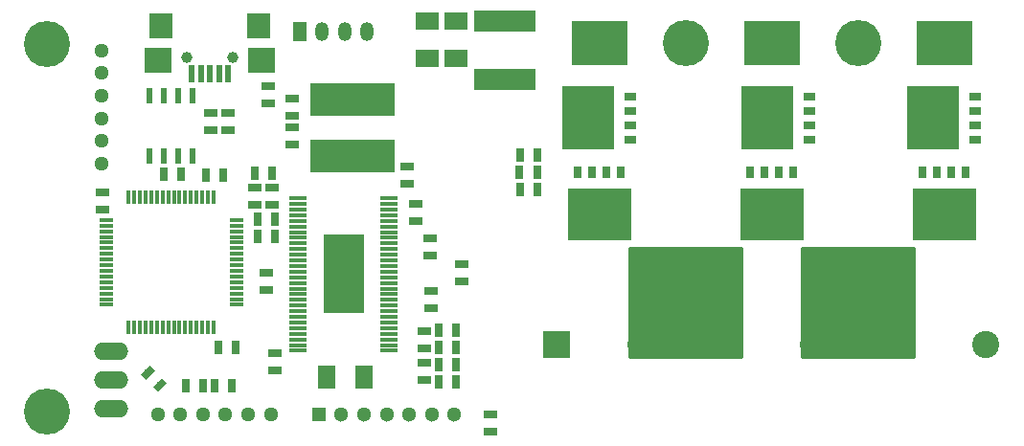
<source format=gts>
G04 #@! TF.GenerationSoftware,KiCad,Pcbnew,(5.0.0-3-g5ebb6b6)*
G04 #@! TF.CreationDate,2018-09-28T14:58:41+02:00*
G04 #@! TF.ProjectId,VESC-5,564553432D352E6B696361645F706362,A*
G04 #@! TF.SameCoordinates,Original*
G04 #@! TF.FileFunction,Soldermask,Top*
G04 #@! TF.FilePolarity,Negative*
%FSLAX46Y46*%
G04 Gerber Fmt 4.6, Leading zero omitted, Abs format (unit mm)*
G04 Created by KiCad (PCBNEW (5.0.0-3-g5ebb6b6)) date 2018 September 28, Friday 14:58:41*
%MOMM*%
%LPD*%
G01*
G04 APERTURE LIST*
%ADD10R,0.635000X1.143000*%
%ADD11C,4.064000*%
%ADD12R,2.400000X2.400000*%
%ADD13C,2.400000*%
%ADD14R,0.750000X1.000000*%
%ADD15R,5.550000X4.530000*%
%ADD16R,5.000000X4.000000*%
%ADD17R,4.530000X5.550000*%
%ADD18R,1.000000X0.750000*%
%ADD19C,1.300480*%
%ADD20R,1.198880X1.699260*%
%ADD21O,1.198880X1.699260*%
%ADD22O,3.048000X1.524000*%
%ADD23R,5.499100X1.849120*%
%ADD24R,7.498080X2.997200*%
%ADD25R,1.300480X0.300000*%
%ADD26R,0.300000X1.300480*%
%ADD27R,1.501140X0.299720*%
%ADD28R,3.599180X7.000240*%
%ADD29R,2.032000X1.524000*%
%ADD30R,1.524000X2.032000*%
%ADD31R,1.143000X0.635000*%
%ADD32R,0.599440X1.399540*%
%ADD33R,1.300000X1.300000*%
%ADD34C,1.300000*%
%ADD35C,0.635000*%
%ADD36C,0.100000*%
%ADD37R,0.500000X1.500000*%
%ADD38R,2.400000X2.200000*%
%ADD39R,2.000000X2.200000*%
%ADD40C,1.000000*%
%ADD41C,0.254000*%
G04 APERTURE END LIST*
D10*
G04 #@! TO.C,R34*
X191389000Y-100584000D03*
X192913000Y-100584000D03*
G04 #@! TD*
G04 #@! TO.C,R28*
X191389000Y-97536000D03*
X192913000Y-97536000D03*
G04 #@! TD*
D11*
G04 #@! TO.C,1PIN*
X205994000Y-87630000D03*
G04 #@! TD*
G04 #@! TO.C,1PIN*
X221234000Y-87630000D03*
G04 #@! TD*
D10*
G04 #@! TO.C,R42*
X191291116Y-99060000D03*
X192913000Y-99060000D03*
G04 #@! TD*
D12*
G04 #@! TO.C,C46*
X225044000Y-114300000D03*
D13*
X232544000Y-114300000D03*
G04 #@! TD*
G04 #@! TO.C,C45*
X217304000Y-114300000D03*
D12*
X209804000Y-114300000D03*
G04 #@! TD*
D14*
G04 #@! TO.C,Q1*
X226949000Y-99059000D03*
X228219000Y-99059000D03*
X229489000Y-99059000D03*
X230759000Y-99059000D03*
D15*
X228854000Y-102789000D03*
G04 #@! TD*
D16*
G04 #@! TO.C,P7*
X213614000Y-87630000D03*
G04 #@! TD*
G04 #@! TO.C,P9*
X228854000Y-87630000D03*
G04 #@! TD*
G04 #@! TO.C,P6*
X198374000Y-87630000D03*
G04 #@! TD*
D17*
G04 #@! TO.C,Q2*
X227871500Y-94282000D03*
D18*
X231601500Y-96187000D03*
X231601500Y-94917000D03*
X231601500Y-93647000D03*
X231601500Y-92377000D03*
G04 #@! TD*
D15*
G04 #@! TO.C,Q3*
X213614000Y-102789000D03*
D14*
X215519000Y-99059000D03*
X214249000Y-99059000D03*
X212979000Y-99059000D03*
X211709000Y-99059000D03*
G04 #@! TD*
D13*
G04 #@! TO.C,C42*
X202064000Y-114300000D03*
D12*
X194564000Y-114300000D03*
G04 #@! TD*
D18*
G04 #@! TO.C,Q6*
X201121500Y-92377000D03*
X201121500Y-93647000D03*
X201121500Y-94917000D03*
X201121500Y-96187000D03*
D17*
X197391500Y-94282000D03*
G04 #@! TD*
D18*
G04 #@! TO.C,Q4*
X216917000Y-92377000D03*
X216917000Y-93647000D03*
X216917000Y-94917000D03*
X216917000Y-96187000D03*
D17*
X213187000Y-94282000D03*
G04 #@! TD*
D15*
G04 #@! TO.C,Q5*
X198374000Y-102789000D03*
D14*
X200279000Y-99059000D03*
X199009000Y-99059000D03*
X197739000Y-99059000D03*
X196469000Y-99059000D03*
G04 #@! TD*
D19*
G04 #@! TO.C,P1*
X154392000Y-92322240D03*
X154392000Y-94323760D03*
X154392000Y-96322740D03*
X154392000Y-98324260D03*
X154392000Y-90323260D03*
X154392000Y-88321740D03*
G04 #@! TD*
D20*
G04 #@! TO.C,P101*
X171863720Y-86673000D03*
D21*
X175866760Y-86673000D03*
X173865240Y-86673000D03*
X177865740Y-86673000D03*
G04 #@! TD*
D19*
G04 #@! TO.C,P2*
X165338760Y-120523000D03*
X163337240Y-120523000D03*
X161338260Y-120523000D03*
X159336740Y-120523000D03*
X167337740Y-120523000D03*
X169339260Y-120523000D03*
G04 #@! TD*
D22*
G04 #@! TO.C,K1*
X155194000Y-114935000D03*
X155194000Y-117475000D03*
X155194000Y-120015000D03*
G04 #@! TD*
D23*
G04 #@! TO.C,C37*
X189992000Y-85725000D03*
X189992000Y-90876120D03*
G04 #@! TD*
D24*
G04 #@! TO.C,L1*
X176530000Y-97622360D03*
X176530000Y-92623640D03*
G04 #@! TD*
D16*
G04 #@! TO.C,P5*
X221488000Y-108204000D03*
G04 #@! TD*
D25*
G04 #@! TO.C,U1*
X154777440Y-104810560D03*
X154777440Y-105310940D03*
X154777440Y-105811320D03*
X154777440Y-106311700D03*
X154777440Y-106812080D03*
X154777440Y-103311960D03*
X154777440Y-103809800D03*
X154777440Y-104310180D03*
D26*
X156778960Y-112811560D03*
X157276800Y-112811560D03*
X157777180Y-112811560D03*
X158277560Y-112811560D03*
X158777940Y-112811560D03*
X159278320Y-112811560D03*
X159778700Y-112811560D03*
X160279080Y-112811560D03*
D25*
X166278560Y-110810040D03*
X166278560Y-110312200D03*
X166278560Y-109811820D03*
X166278560Y-109311440D03*
X166278560Y-108811060D03*
X166278560Y-108310680D03*
X166278560Y-107810300D03*
X166278560Y-107309920D03*
D26*
X164277040Y-101310440D03*
X163779200Y-101310440D03*
X163278820Y-101310440D03*
X162778440Y-101310440D03*
X162278060Y-101310440D03*
X161777680Y-101310440D03*
X161277300Y-101310440D03*
X160776920Y-101310440D03*
D25*
X154777440Y-107309920D03*
X154777440Y-107810300D03*
X154777440Y-108310680D03*
D26*
X160776920Y-112811560D03*
X161277300Y-112811560D03*
X161777680Y-112811560D03*
D25*
X166278560Y-106812080D03*
X166278560Y-106311700D03*
X166278560Y-105811320D03*
D26*
X160279080Y-101310440D03*
X159778700Y-101310440D03*
X159278320Y-101310440D03*
D25*
X154777440Y-108811060D03*
X154777440Y-109311440D03*
X154777440Y-109811820D03*
X154777440Y-110312200D03*
X154777440Y-110810040D03*
D26*
X162278060Y-112811560D03*
X162778440Y-112811560D03*
X163278820Y-112811560D03*
X163779200Y-112811560D03*
X164277040Y-112811560D03*
D25*
X166278560Y-105310940D03*
X166278560Y-104810560D03*
X166278560Y-104310180D03*
X166278560Y-103809800D03*
X166278560Y-103311960D03*
D26*
X158777940Y-101310440D03*
X158277560Y-101310440D03*
X157777180Y-101310440D03*
X157276800Y-101310440D03*
X156778960Y-101310440D03*
G04 #@! TD*
D27*
G04 #@! TO.C,U3*
X179768500Y-110380780D03*
X179768500Y-109880400D03*
X179768500Y-109380020D03*
X179768500Y-108879640D03*
X179768500Y-108379260D03*
X179768500Y-107881420D03*
X179768500Y-107381040D03*
X179768500Y-106880660D03*
X179768500Y-106380280D03*
X179768500Y-105879900D03*
X179768500Y-105379520D03*
X179768500Y-114879120D03*
X179768500Y-114381280D03*
X179768500Y-113880900D03*
X171767500Y-109380020D03*
X179768500Y-112880140D03*
X179768500Y-112379760D03*
X179768500Y-111879380D03*
X179768500Y-111381540D03*
X179768500Y-110881160D03*
X171767500Y-106880660D03*
X171767500Y-107381040D03*
X171767500Y-107881420D03*
X171767500Y-108379260D03*
X171767500Y-108879640D03*
X179768500Y-113380520D03*
X171767500Y-109880400D03*
X171767500Y-110380780D03*
X171767500Y-110881160D03*
X171767500Y-111381540D03*
X171767500Y-111879380D03*
X171767500Y-112379760D03*
X171767500Y-112880140D03*
X171767500Y-101381560D03*
X171767500Y-101879400D03*
X171767500Y-102379780D03*
X171767500Y-102880160D03*
X171767500Y-103380540D03*
X171767500Y-103880920D03*
X171767500Y-104381300D03*
X171767500Y-104879140D03*
X171767500Y-105379520D03*
X171767500Y-105879900D03*
X171767500Y-106380280D03*
X171767500Y-113380520D03*
X171767500Y-113880900D03*
X171767500Y-114381280D03*
X171767500Y-114879120D03*
X179768500Y-104879140D03*
X179768500Y-104381300D03*
X179768500Y-103880920D03*
X179768500Y-103380540D03*
X179768500Y-102880160D03*
X179768500Y-102379780D03*
X179768500Y-101879400D03*
X179768500Y-101381560D03*
D28*
X175768000Y-108077000D03*
G04 #@! TD*
D11*
G04 #@! TO.C,1PIN*
X149592000Y-120223000D03*
G04 #@! TD*
G04 #@! TO.C,1PIN*
X149592000Y-87723000D03*
G04 #@! TD*
D29*
G04 #@! TO.C,C1*
X185674000Y-85725000D03*
X185674000Y-89027000D03*
G04 #@! TD*
G04 #@! TO.C,C8*
X183134000Y-85725000D03*
X183134000Y-89027000D03*
G04 #@! TD*
D30*
G04 #@! TO.C,C39*
X174244000Y-117221000D03*
X177546000Y-117221000D03*
G04 #@! TD*
D31*
G04 #@! TO.C,R1*
X188722000Y-120523000D03*
X188722000Y-122047000D03*
G04 #@! TD*
D10*
G04 #@! TO.C,R2*
X161798000Y-117983000D03*
X163322000Y-117983000D03*
G04 #@! TD*
D31*
G04 #@! TO.C,R17*
X171196000Y-92583000D03*
X171196000Y-94107000D03*
G04 #@! TD*
G04 #@! TO.C,R18*
X171196000Y-95123000D03*
X171196000Y-96647000D03*
G04 #@! TD*
G04 #@! TO.C,R19*
X167894000Y-100457000D03*
X167894000Y-101981000D03*
G04 #@! TD*
D10*
G04 #@! TO.C,R20*
X169672000Y-103251000D03*
X168148000Y-103251000D03*
G04 #@! TD*
D31*
G04 #@! TO.C,R25*
X181356000Y-98552000D03*
X181356000Y-100076000D03*
G04 #@! TD*
D10*
G04 #@! TO.C,R48*
X185674000Y-113030000D03*
X184150000Y-113030000D03*
G04 #@! TD*
G04 #@! TO.C,R49*
X185674000Y-114554000D03*
X184150000Y-114554000D03*
G04 #@! TD*
G04 #@! TO.C,R50*
X185674000Y-116078000D03*
X184150000Y-116078000D03*
G04 #@! TD*
G04 #@! TO.C,R51*
X185674000Y-117602000D03*
X184150000Y-117602000D03*
G04 #@! TD*
D31*
G04 #@! TO.C,R103*
X164042000Y-95385000D03*
X164042000Y-93861000D03*
G04 #@! TD*
G04 #@! TO.C,R104*
X165592000Y-95385000D03*
X165592000Y-93861000D03*
G04 #@! TD*
G04 #@! TO.C,R401*
X169092000Y-92985000D03*
X169092000Y-91461000D03*
G04 #@! TD*
D32*
G04 #@! TO.C,U401*
X158637000Y-92356000D03*
X158637000Y-97690000D03*
X159907000Y-92356000D03*
X161177000Y-92356000D03*
X162447000Y-92356000D03*
X159907000Y-97690000D03*
X161177000Y-97690000D03*
X162447000Y-97690000D03*
G04 #@! TD*
D33*
G04 #@! TO.C,P3*
X173573440Y-120523000D03*
D34*
X177576480Y-120523000D03*
X175574960Y-120523000D03*
X179575460Y-120523000D03*
X181576980Y-120523000D03*
X183578500Y-120523000D03*
X185577480Y-120523000D03*
G04 #@! TD*
D10*
G04 #@! TO.C,C401*
X161404000Y-99223000D03*
X159880000Y-99223000D03*
G04 #@! TD*
G04 #@! TO.C,C41*
X165862000Y-117983000D03*
X164338000Y-117983000D03*
G04 #@! TD*
D31*
G04 #@! TO.C,C36*
X182880000Y-115951000D03*
X182880000Y-117475000D03*
G04 #@! TD*
G04 #@! TO.C,C35*
X154432000Y-100838000D03*
X154432000Y-102362000D03*
G04 #@! TD*
G04 #@! TO.C,C34*
X182880000Y-113157000D03*
X182880000Y-114681000D03*
G04 #@! TD*
G04 #@! TO.C,C30*
X183515000Y-111125000D03*
X183515000Y-109601000D03*
G04 #@! TD*
G04 #@! TO.C,C29*
X186182000Y-108712000D03*
X186182000Y-107188000D03*
G04 #@! TD*
G04 #@! TO.C,C28*
X183388000Y-106426000D03*
X183388000Y-104902000D03*
G04 #@! TD*
G04 #@! TO.C,C27*
X182118000Y-103378000D03*
X182118000Y-101854000D03*
G04 #@! TD*
G04 #@! TO.C,C23*
X169672000Y-116586000D03*
X169672000Y-115062000D03*
G04 #@! TD*
G04 #@! TO.C,C22*
X168910000Y-107950000D03*
X168910000Y-109474000D03*
G04 #@! TD*
D10*
G04 #@! TO.C,C21*
X169418000Y-99187000D03*
X167894000Y-99187000D03*
G04 #@! TD*
D31*
G04 #@! TO.C,C19*
X169418000Y-100457000D03*
X169418000Y-101981000D03*
G04 #@! TD*
D10*
G04 #@! TO.C,C13*
X163576000Y-99314000D03*
X165100000Y-99314000D03*
G04 #@! TD*
G04 #@! TO.C,C12*
X168148000Y-104775000D03*
X169672000Y-104775000D03*
G04 #@! TD*
D35*
G04 #@! TO.C,C11*
X158465185Y-116809185D03*
D36*
G36*
X157836567Y-116988790D02*
X158644790Y-116180567D01*
X159093803Y-116629580D01*
X158285580Y-117437803D01*
X157836567Y-116988790D01*
X157836567Y-116988790D01*
G37*
D35*
X159542815Y-117886815D03*
D36*
G36*
X158914197Y-118066420D02*
X159722420Y-117258197D01*
X160171433Y-117707210D01*
X159363210Y-118515433D01*
X158914197Y-118066420D01*
X158914197Y-118066420D01*
G37*
G04 #@! TD*
D10*
G04 #@! TO.C,C10*
X166243000Y-114554000D03*
X164719000Y-114554000D03*
G04 #@! TD*
D37*
G04 #@! TO.C,X1*
X162357000Y-90400000D03*
X163157000Y-90400000D03*
X163957000Y-90400000D03*
X164757000Y-90400000D03*
X165557000Y-90400000D03*
D38*
X168507000Y-89200000D03*
X159407000Y-89200000D03*
D39*
X168307000Y-86125000D03*
X159607000Y-86125000D03*
D40*
X165957000Y-88900000D03*
X161957000Y-88900000D03*
G04 #@! TD*
D16*
G04 #@! TO.C,P4*
X205740000Y-108204000D03*
G04 #@! TD*
D41*
G36*
X210947000Y-115443000D02*
X201041000Y-115443000D01*
X201041000Y-105791000D01*
X210947000Y-105791000D01*
X210947000Y-115443000D01*
X210947000Y-115443000D01*
G37*
X210947000Y-115443000D02*
X201041000Y-115443000D01*
X201041000Y-105791000D01*
X210947000Y-105791000D01*
X210947000Y-115443000D01*
G36*
X226187000Y-115443000D02*
X216281000Y-115443000D01*
X216281000Y-105791000D01*
X226187000Y-105791000D01*
X226187000Y-115443000D01*
X226187000Y-115443000D01*
G37*
X226187000Y-115443000D02*
X216281000Y-115443000D01*
X216281000Y-105791000D01*
X226187000Y-105791000D01*
X226187000Y-115443000D01*
M02*

</source>
